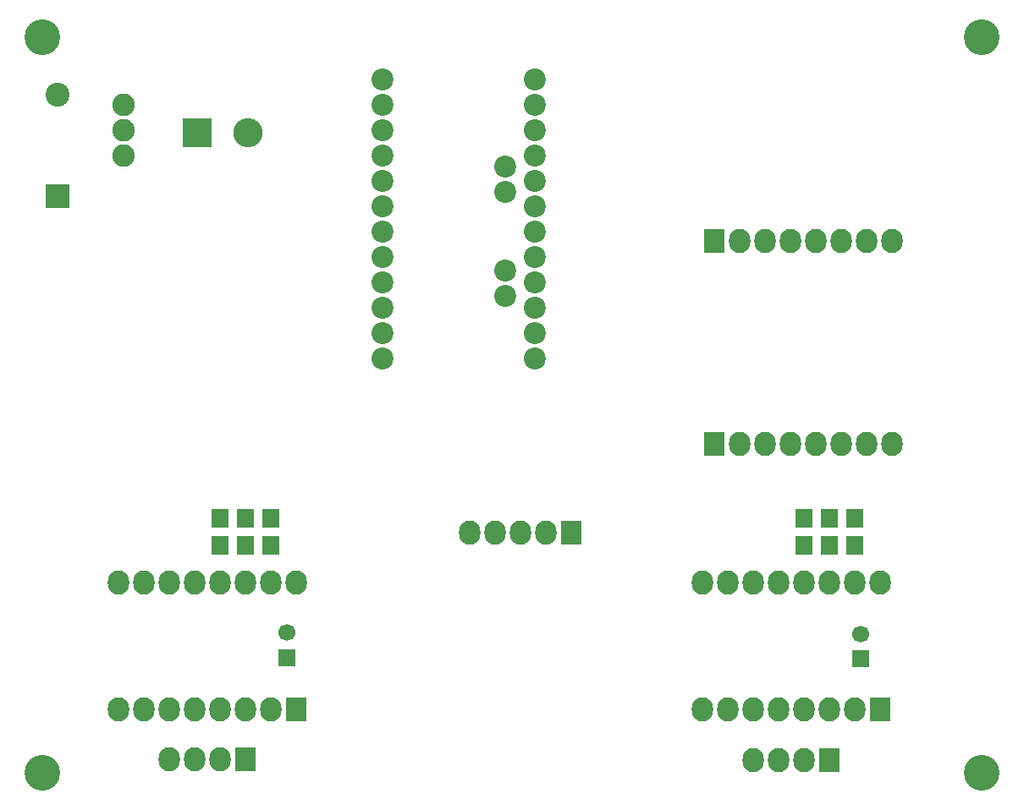
<source format=gbs>
G04 #@! TF.FileFunction,Soldermask,Bot*
%FSLAX46Y46*%
G04 Gerber Fmt 4.6, Leading zero omitted, Abs format (unit mm)*
G04 Created by KiCad (PCBNEW 4.0.5) date Tuesday, September 05, 2017 'PMt' 07:35:30 PM*
%MOMM*%
%LPD*%
G01*
G04 APERTURE LIST*
%ADD10C,0.100000*%
%ADD11C,3.575000*%
%ADD12C,1.700000*%
%ADD13R,1.700000X1.700000*%
%ADD14C,2.398980*%
%ADD15R,2.398980X2.398980*%
%ADD16R,2.127200X2.432000*%
%ADD17O,2.127200X2.432000*%
%ADD18R,2.940000X2.940000*%
%ADD19O,2.940000X2.940000*%
%ADD20R,1.700000X1.900000*%
%ADD21C,2.254200*%
%ADD22C,2.200000*%
G04 APERTURE END LIST*
D10*
D11*
X109220000Y-116840000D03*
X203200000Y-116840000D03*
X203200000Y-43180000D03*
X109220000Y-43180000D03*
D12*
X191135000Y-102910000D03*
D13*
X191135000Y-105410000D03*
D12*
X133731000Y-102783000D03*
D13*
X133731000Y-105283000D03*
D14*
X110741460Y-48895000D03*
D15*
X110741460Y-59055000D03*
D16*
X129540000Y-115443000D03*
D17*
X127000000Y-115443000D03*
X124460000Y-115443000D03*
X121920000Y-115443000D03*
D16*
X187960000Y-115570000D03*
D17*
X185420000Y-115570000D03*
X182880000Y-115570000D03*
X180340000Y-115570000D03*
D18*
X124714000Y-52705000D03*
D19*
X129794000Y-52705000D03*
D20*
X185420000Y-91360000D03*
X185420000Y-94060000D03*
X187960000Y-94060000D03*
X187960000Y-91360000D03*
X190500000Y-91360000D03*
X190500000Y-94060000D03*
D21*
X117348000Y-54991000D03*
X117348000Y-49911000D03*
X117348000Y-52451000D03*
D16*
X176470000Y-63540000D03*
D17*
X179010000Y-63540000D03*
X181550000Y-63540000D03*
X184090000Y-63540000D03*
X186630000Y-63540000D03*
X189170000Y-63540000D03*
X191710000Y-63540000D03*
X194250000Y-63540000D03*
X116840000Y-110490000D03*
X119380000Y-110490000D03*
X121920000Y-110490000D03*
X124460000Y-110490000D03*
X127000000Y-110490000D03*
X129540000Y-110490000D03*
X132080000Y-110490000D03*
D16*
X134620000Y-110490000D03*
D17*
X134620000Y-97790000D03*
X132080000Y-97790000D03*
X129540000Y-97790000D03*
X127000000Y-97790000D03*
X124460000Y-97790000D03*
X121920000Y-97790000D03*
X119380000Y-97790000D03*
X116840000Y-97790000D03*
X175260000Y-110490000D03*
X177800000Y-110490000D03*
X180340000Y-110490000D03*
X182880000Y-110490000D03*
X185420000Y-110490000D03*
X187960000Y-110490000D03*
X190500000Y-110490000D03*
D16*
X193040000Y-110490000D03*
D17*
X193040000Y-97790000D03*
X190500000Y-97790000D03*
X187960000Y-97790000D03*
X185420000Y-97790000D03*
X182880000Y-97790000D03*
X180340000Y-97790000D03*
X177800000Y-97790000D03*
X175260000Y-97790000D03*
D22*
X155575000Y-66548000D03*
X155575000Y-69088000D03*
X155575000Y-58674000D03*
X155575000Y-56134000D03*
X158496000Y-75311000D03*
X158496000Y-72771000D03*
X158496000Y-67691000D03*
X158496000Y-70231000D03*
X158496000Y-60071000D03*
X158496000Y-57531000D03*
X158496000Y-62611000D03*
X158496000Y-65151000D03*
X158496000Y-54991000D03*
X158496000Y-52451000D03*
X158496000Y-47371000D03*
X158496000Y-49911000D03*
X143256000Y-49911000D03*
X143256000Y-47371000D03*
X143256000Y-52451000D03*
X143256000Y-54991000D03*
X143256000Y-65151000D03*
X143256000Y-62611000D03*
X143256000Y-57531000D03*
X143256000Y-60071000D03*
X143256000Y-70231000D03*
X143256000Y-67691000D03*
X143256000Y-72771000D03*
X143256000Y-75311000D03*
D16*
X162122000Y-92790000D03*
D17*
X159582000Y-92790000D03*
X157042000Y-92790000D03*
X154502000Y-92790000D03*
X151962000Y-92790000D03*
D16*
X176470000Y-83870000D03*
D17*
X179010000Y-83870000D03*
X181550000Y-83870000D03*
X184090000Y-83870000D03*
X186630000Y-83870000D03*
X189170000Y-83870000D03*
X191710000Y-83870000D03*
X194250000Y-83870000D03*
D20*
X127000000Y-91360000D03*
X127000000Y-94060000D03*
X129540000Y-94060000D03*
X129540000Y-91360000D03*
X132080000Y-91360000D03*
X132080000Y-94060000D03*
M02*

</source>
